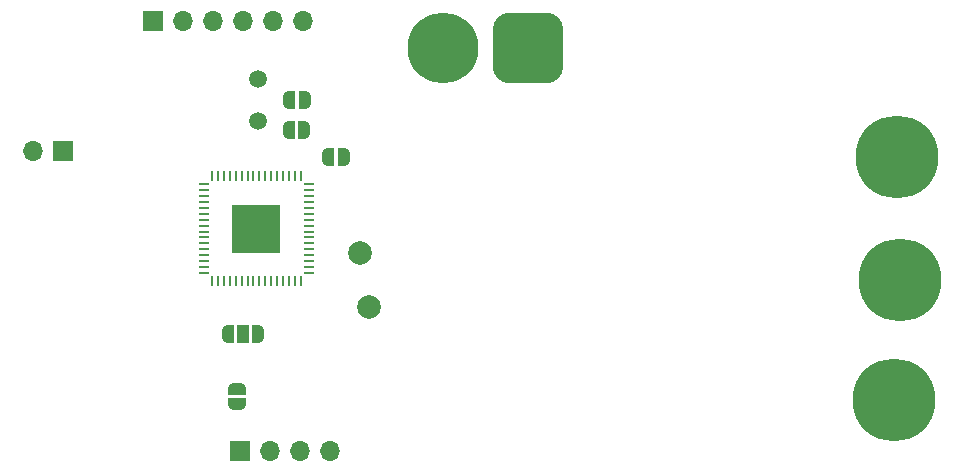
<source format=gbr>
%TF.GenerationSoftware,KiCad,Pcbnew,6.99.0-unknown-f8b157a1fb~149~ubuntu22.04.1*%
%TF.CreationDate,2022-10-15T12:14:30+11:00*%
%TF.ProjectId,STSPIN32G4,53545350-494e-4333-9247-342e6b696361,rev?*%
%TF.SameCoordinates,Original*%
%TF.FileFunction,Soldermask,Bot*%
%TF.FilePolarity,Negative*%
%FSLAX46Y46*%
G04 Gerber Fmt 4.6, Leading zero omitted, Abs format (unit mm)*
G04 Created by KiCad (PCBNEW 6.99.0-unknown-f8b157a1fb~149~ubuntu22.04.1) date 2022-10-15 12:14:30*
%MOMM*%
%LPD*%
G01*
G04 APERTURE LIST*
G04 Aperture macros list*
%AMRoundRect*
0 Rectangle with rounded corners*
0 $1 Rounding radius*
0 $2 $3 $4 $5 $6 $7 $8 $9 X,Y pos of 4 corners*
0 Add a 4 corners polygon primitive as box body*
4,1,4,$2,$3,$4,$5,$6,$7,$8,$9,$2,$3,0*
0 Add four circle primitives for the rounded corners*
1,1,$1+$1,$2,$3*
1,1,$1+$1,$4,$5*
1,1,$1+$1,$6,$7*
1,1,$1+$1,$8,$9*
0 Add four rect primitives between the rounded corners*
20,1,$1+$1,$2,$3,$4,$5,0*
20,1,$1+$1,$4,$5,$6,$7,0*
20,1,$1+$1,$6,$7,$8,$9,0*
20,1,$1+$1,$8,$9,$2,$3,0*%
%AMFreePoly0*
4,1,19,0.500000,-0.750000,0.000000,-0.750000,0.000000,-0.744911,-0.071157,-0.744911,-0.207708,-0.704816,-0.327430,-0.627875,-0.420627,-0.520320,-0.479746,-0.390866,-0.500000,-0.250000,-0.500000,0.250000,-0.479746,0.390866,-0.420627,0.520320,-0.327430,0.627875,-0.207708,0.704816,-0.071157,0.744911,0.000000,0.744911,0.000000,0.750000,0.500000,0.750000,0.500000,-0.750000,0.500000,-0.750000,
$1*%
%AMFreePoly1*
4,1,19,0.000000,0.744911,0.071157,0.744911,0.207708,0.704816,0.327430,0.627875,0.420627,0.520320,0.479746,0.390866,0.500000,0.250000,0.500000,-0.250000,0.479746,-0.390866,0.420627,-0.520320,0.327430,-0.627875,0.207708,-0.704816,0.071157,-0.744911,0.000000,-0.744911,0.000000,-0.750000,-0.500000,-0.750000,-0.500000,0.750000,0.000000,0.750000,0.000000,0.744911,0.000000,0.744911,
$1*%
%AMFreePoly2*
4,1,19,0.550000,-0.750000,0.000000,-0.750000,0.000000,-0.744911,-0.071157,-0.744911,-0.207708,-0.704816,-0.327430,-0.627875,-0.420627,-0.520320,-0.479746,-0.390866,-0.500000,-0.250000,-0.500000,0.250000,-0.479746,0.390866,-0.420627,0.520320,-0.327430,0.627875,-0.207708,0.704816,-0.071157,0.744911,0.000000,0.744911,0.000000,0.750000,0.550000,0.750000,0.550000,-0.750000,0.550000,-0.750000,
$1*%
%AMFreePoly3*
4,1,19,0.000000,0.744911,0.071157,0.744911,0.207708,0.704816,0.327430,0.627875,0.420627,0.520320,0.479746,0.390866,0.500000,0.250000,0.500000,-0.250000,0.479746,-0.390866,0.420627,-0.520320,0.327430,-0.627875,0.207708,-0.704816,0.071157,-0.744911,0.000000,-0.744911,0.000000,-0.750000,-0.550000,-0.750000,-0.550000,0.750000,0.000000,0.750000,0.000000,0.744911,0.000000,0.744911,
$1*%
G04 Aperture macros list end*
%ADD10R,1.700000X1.700000*%
%ADD11O,1.700000X1.700000*%
%ADD12C,1.500000*%
%ADD13C,7.000000*%
%ADD14RoundRect,1.500000X1.500000X1.500000X-1.500000X1.500000X-1.500000X-1.500000X1.500000X-1.500000X0*%
%ADD15C,6.000000*%
%ADD16FreePoly0,180.000000*%
%ADD17FreePoly1,180.000000*%
%ADD18C,2.000000*%
%ADD19R,0.812800X0.254000*%
%ADD20R,0.254000X0.812800*%
%ADD21R,4.089400X4.089400*%
%ADD22FreePoly0,0.000000*%
%ADD23FreePoly1,0.000000*%
%ADD24FreePoly1,270.000000*%
%ADD25FreePoly0,270.000000*%
%ADD26FreePoly2,180.000000*%
%ADD27R,1.000000X1.500000*%
%ADD28FreePoly3,180.000000*%
G04 APERTURE END LIST*
D10*
%TO.C,J7*%
X-52064999Y10667999D03*
D11*
X-54604999Y10667999D03*
%TD*%
D12*
%TO.C,TP9*%
X-35560000Y16764000D03*
%TD*%
%TO.C,TP8*%
X-35560000Y13208000D03*
%TD*%
D10*
%TO.C,J6*%
X-37083999Y-14731999D03*
D11*
X-34543999Y-14731999D03*
X-32003999Y-14731999D03*
X-29463999Y-14731999D03*
%TD*%
D13*
%TO.C,J8*%
X18542000Y10160000D03*
%TD*%
%TO.C,J9*%
X18288000Y-10414000D03*
%TD*%
%TO.C,J3*%
X18796000Y-254000D03*
%TD*%
D14*
%TO.C,J4*%
X-12700000Y19327000D03*
D15*
X-19900000Y19327000D03*
%TD*%
D10*
%TO.C,J2*%
X-44424999Y21614999D03*
D11*
X-41884999Y21614999D03*
X-39344999Y21614999D03*
X-36804999Y21614999D03*
X-34264999Y21614999D03*
X-31724999Y21614999D03*
%TD*%
D16*
%TO.C,JP8*%
X-31608000Y14986000D03*
D17*
X-32908000Y14986000D03*
%TD*%
D18*
%TO.C,TP1*%
X-26924000Y2045000D03*
%TD*%
%TO.C,TP2*%
X-26162000Y-2540000D03*
%TD*%
D19*
%TO.C,IC1*%
X-31241999Y7827944D03*
X-31241999Y7327818D03*
X-31241999Y6827692D03*
X-31241999Y6327566D03*
X-31241999Y5827440D03*
X-31241999Y5327314D03*
X-31241999Y4827188D03*
X-31241999Y4327062D03*
X-31241999Y3826936D03*
X-31241999Y3326810D03*
X-31241999Y2826684D03*
X-31241999Y2326558D03*
X-31241999Y1826432D03*
X-31241999Y1326306D03*
X-31241999Y826180D03*
X-31241999Y326054D03*
D20*
X-31936054Y-367999D03*
X-32436180Y-367999D03*
X-32936306Y-367999D03*
X-33436432Y-367999D03*
X-33936558Y-367999D03*
X-34436684Y-367999D03*
X-34936810Y-367999D03*
X-35436936Y-367999D03*
X-35937062Y-367999D03*
X-36437188Y-367999D03*
X-36937314Y-367999D03*
X-37437440Y-367999D03*
X-37937566Y-367999D03*
X-38437692Y-367999D03*
X-38937818Y-367999D03*
X-39437944Y-367999D03*
D19*
X-40131999Y326054D03*
X-40131999Y826180D03*
X-40131999Y1326306D03*
X-40131999Y1826432D03*
X-40131999Y2326558D03*
X-40131999Y2826684D03*
X-40131999Y3326810D03*
X-40131999Y3826936D03*
X-40131999Y4327062D03*
X-40131999Y4827188D03*
X-40131999Y5327314D03*
X-40131999Y5827440D03*
X-40131999Y6327566D03*
X-40131999Y6827692D03*
X-40131999Y7327818D03*
X-40131999Y7827944D03*
D20*
X-39437944Y8521999D03*
X-38937818Y8521999D03*
X-38437692Y8521999D03*
X-37937566Y8521999D03*
X-37437440Y8521999D03*
X-36937314Y8521999D03*
X-36437188Y8521999D03*
X-35937062Y8521999D03*
X-35436936Y8521999D03*
X-34936810Y8521999D03*
X-34436684Y8521999D03*
X-33936558Y8521999D03*
X-33436432Y8521999D03*
X-32936306Y8521999D03*
X-32436180Y8521999D03*
X-31936054Y8521999D03*
D21*
X-35686999Y4076999D03*
%TD*%
D22*
%TO.C,JP2*%
X-29606000Y10160000D03*
D23*
X-28306000Y10160000D03*
%TD*%
D24*
%TO.C,JP4*%
X-37338000Y-10810000D03*
D25*
X-37338000Y-9510000D03*
%TD*%
D22*
%TO.C,JP1*%
X-32923000Y12446000D03*
D23*
X-31623000Y12446000D03*
%TD*%
D26*
%TO.C,JP3*%
X-35530000Y-4826000D03*
D27*
X-36829999Y-4825999D03*
D28*
X-38130000Y-4826000D03*
%TD*%
M02*

</source>
